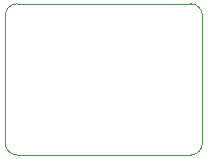
<source format=gbr>
%TF.GenerationSoftware,KiCad,Pcbnew,8.0.6-8.0.6-0~ubuntu24.04.1*%
%TF.CreationDate,2024-11-07T20:05:32-08:00*%
%TF.ProjectId,uSlime_BNO085_Module,75536c69-6d65-45f4-924e-4f3038355f4d,rev?*%
%TF.SameCoordinates,Original*%
%TF.FileFunction,Profile,NP*%
%FSLAX46Y46*%
G04 Gerber Fmt 4.6, Leading zero omitted, Abs format (unit mm)*
G04 Created by KiCad (PCBNEW 8.0.6-8.0.6-0~ubuntu24.04.1) date 2024-11-07 20:05:32*
%MOMM*%
%LPD*%
G01*
G04 APERTURE LIST*
%TA.AperFunction,Profile*%
%ADD10C,0.050000*%
%TD*%
G04 APERTURE END LIST*
D10*
X15699993Y-7107D02*
X1000000Y0D01*
X1000000Y-12800000D02*
X15700000Y-12800000D01*
X16700000Y-11800000D02*
X16699993Y-1007107D01*
X0Y-1000000D02*
G75*
G02*
X1000000Y0I1000000J0D01*
G01*
X0Y-1000000D02*
X0Y-11800000D01*
X1000000Y-12800000D02*
G75*
G02*
X0Y-11800000I0J1000000D01*
G01*
X15699993Y-7107D02*
G75*
G02*
X16699993Y-1007107I7J-999993D01*
G01*
X16700000Y-11800000D02*
G75*
G02*
X15700000Y-12800000I-1000000J0D01*
G01*
M02*

</source>
